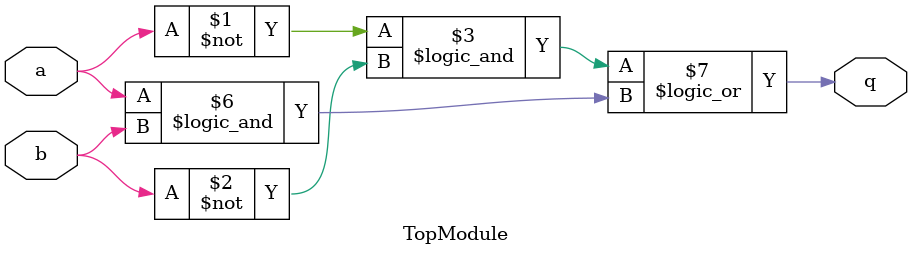
<source format=sv>


module TopModule (
  input a,
  input b,
  output q
);

assign q = (a == 0 && b == 0) || (a == 1 && b == 1);
endmodule

</source>
